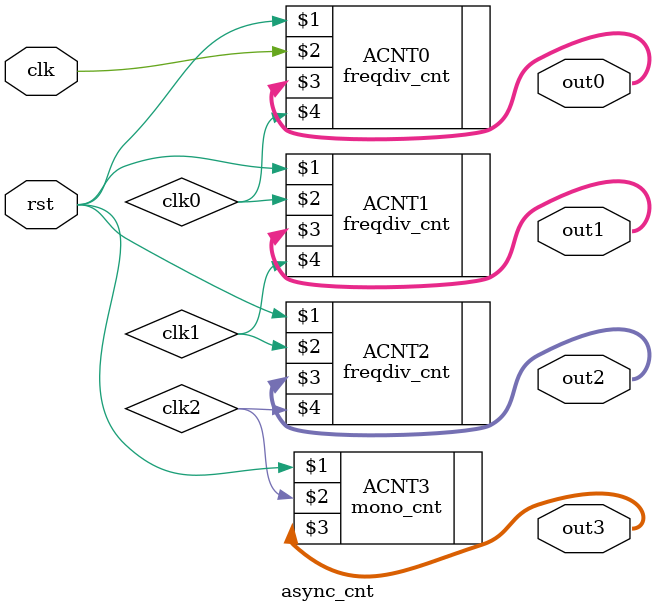
<source format=v>
module async_cnt(rst, clk, out0, out1, out2, out3);
input rst, clk;
output [3:0] out0, out1, out2, out3;
wire clk0, clk1, clk2;

freqdiv_cnt ACNT0(rst, clk, out0, clk0);
freqdiv_cnt ACNT1(rst, clk0, out1, clk1);
freqdiv_cnt ACNT2(rst, clk1, out2, clk2);
mono_cnt ACNT3(rst, clk2, out3);

endmodule

</source>
